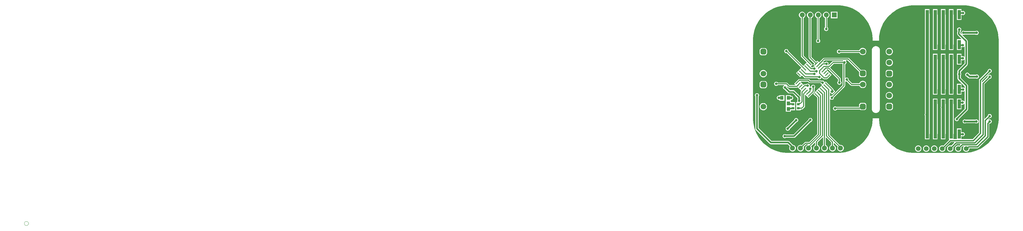
<source format=gbr>
%TF.GenerationSoftware,Altium Limited,Altium Designer,21.6.4 (81)*%
G04 Layer_Physical_Order=1*
G04 Layer_Color=255*
%FSLAX43Y43*%
%MOMM*%
%TF.SameCoordinates,EF7AACBD-433E-4B6D-8733-A8E214C0EB56*%
%TF.FilePolarity,Positive*%
%TF.FileFunction,Copper,L1,Top,Signal*%
%TF.Part,Single*%
G01*
G75*
%TA.AperFunction,NonConductor*%
%ADD10C,0.013*%
%TA.AperFunction,SMDPad,CuDef*%
%ADD11R,0.900X0.800*%
%ADD12R,1.100X1.200*%
G04:AMPARAMS|DCode=13|XSize=0.9mm|YSize=0.8mm|CornerRadius=0mm|HoleSize=0mm|Usage=FLASHONLY|Rotation=45.000|XOffset=0mm|YOffset=0mm|HoleType=Round|Shape=Rectangle|*
%AMROTATEDRECTD13*
4,1,4,-0.035,-0.601,-0.601,-0.035,0.035,0.601,0.601,0.035,-0.035,-0.601,0.0*
%
%ADD13ROTATEDRECTD13*%

%ADD14R,1.000X2.940*%
G04:AMPARAMS|DCode=15|XSize=0.304mm|YSize=1.353mm|CornerRadius=0mm|HoleSize=0mm|Usage=FLASHONLY|Rotation=45.000|XOffset=0mm|YOffset=0mm|HoleType=Round|Shape=Rectangle|*
%AMROTATEDRECTD15*
4,1,4,0.371,-0.586,-0.586,0.371,-0.371,0.586,0.586,-0.371,0.371,-0.586,0.0*
%
%ADD15ROTATEDRECTD15*%

G04:AMPARAMS|DCode=16|XSize=0.304mm|YSize=1.353mm|CornerRadius=0mm|HoleSize=0mm|Usage=FLASHONLY|Rotation=135.000|XOffset=0mm|YOffset=0mm|HoleType=Round|Shape=Rectangle|*
%AMROTATEDRECTD16*
4,1,4,0.586,0.371,-0.371,-0.586,-0.586,-0.371,0.371,0.586,0.586,0.371,0.0*
%
%ADD16ROTATEDRECTD16*%

%TA.AperFunction,Conductor*%
%ADD17C,1.000*%
%ADD18C,0.500*%
%ADD19C,0.600*%
%ADD20C,0.300*%
%ADD21C,0.254*%
%ADD22C,0.400*%
%TA.AperFunction,ComponentPad*%
%ADD23C,1.800*%
G04:AMPARAMS|DCode=24|XSize=1.8mm|YSize=1.8mm|CornerRadius=0.45mm|HoleSize=0mm|Usage=FLASHONLY|Rotation=270.000|XOffset=0mm|YOffset=0mm|HoleType=Round|Shape=RoundedRectangle|*
%AMROUNDEDRECTD24*
21,1,1.800,0.900,0,0,270.0*
21,1,0.900,1.800,0,0,270.0*
1,1,0.900,-0.450,-0.450*
1,1,0.900,-0.450,0.450*
1,1,0.900,0.450,0.450*
1,1,0.900,0.450,-0.450*
%
%ADD24ROUNDEDRECTD24*%
%ADD25C,1.600*%
%ADD26R,1.600X1.600*%
%ADD27C,1.520*%
G04:AMPARAMS|DCode=28|XSize=1.52mm|YSize=1.52mm|CornerRadius=0.38mm|HoleSize=0mm|Usage=FLASHONLY|Rotation=0.000|XOffset=0mm|YOffset=0mm|HoleType=Round|Shape=RoundedRectangle|*
%AMROUNDEDRECTD28*
21,1,1.520,0.760,0,0,0.0*
21,1,0.760,1.520,0,0,0.0*
1,1,0.760,0.380,-0.380*
1,1,0.760,-0.380,-0.380*
1,1,0.760,-0.380,0.380*
1,1,0.760,0.380,0.380*
%
%ADD28ROUNDEDRECTD28*%
%ADD29C,1.550*%
%ADD30R,1.550X1.550*%
%TA.AperFunction,ViaPad*%
%ADD31C,0.800*%
G36*
X40886Y55173D02*
X41739Y55037D01*
X42579Y54836D01*
X43401Y54569D01*
X44199Y54238D01*
X44968Y53846D01*
X45705Y53395D01*
X46404Y52887D01*
X47061Y52326D01*
X47671Y51715D01*
X48232Y51058D01*
X48740Y50359D01*
X49192Y49623D01*
X49584Y48853D01*
X49914Y48055D01*
X50181Y47233D01*
X50383Y46393D01*
X50518Y45540D01*
X50586Y44679D01*
Y44247D01*
X50586Y44247D01*
X50586Y44217D01*
X50586Y44158D01*
X50585Y44098D01*
X50585Y44098D01*
X50584Y44038D01*
X50583Y44008D01*
X50590Y44001D01*
X50696Y44001D01*
X50696Y44001D01*
X50709Y44001D01*
X52474D01*
X52593Y44001D01*
X52599Y44008D01*
X52597Y44127D01*
X52590Y44446D01*
X52641Y45320D01*
X52761Y46187D01*
X52950Y47042D01*
X53206Y47879D01*
X53528Y48693D01*
X53913Y49479D01*
X54360Y50232D01*
X54865Y50947D01*
X55426Y51619D01*
X56038Y52245D01*
X56698Y52820D01*
X57401Y53341D01*
X58144Y53805D01*
X58921Y54208D01*
X59728Y54548D01*
X60559Y54822D01*
X61410Y55030D01*
X62274Y55170D01*
X63146Y55240D01*
X63584Y55240D01*
X63584Y55240D01*
X63590Y55236D01*
X79474D01*
X79594Y55236D01*
X79601Y55240D01*
X79601Y55240D01*
X80026Y55240D01*
X80875Y55174D01*
X81716Y55042D01*
X82545Y54845D01*
X83355Y54585D01*
X84143Y54263D01*
X84904Y53881D01*
X85633Y53442D01*
X86326Y52947D01*
X86979Y52400D01*
X87587Y51805D01*
X88148Y51164D01*
X88657Y50482D01*
X89112Y49762D01*
X89510Y49009D01*
X89849Y48228D01*
X90126Y47423D01*
X90340Y46599D01*
X90489Y45761D01*
X90574Y44914D01*
X90583Y44488D01*
X90583Y44008D01*
X90586Y19248D01*
X90586Y19248D01*
X90586Y19248D01*
X90586Y19248D01*
Y19248D01*
X90586Y19247D01*
X90586Y19247D01*
X90586Y18815D01*
X90518Y17954D01*
X90383Y17101D01*
X90181Y16261D01*
X89914Y15439D01*
X89584Y14641D01*
X89192Y13871D01*
X88740Y13135D01*
X88232Y12436D01*
X87671Y11779D01*
X87061Y11168D01*
X86404Y10607D01*
X85705Y10100D01*
X84968Y9648D01*
X84199Y9256D01*
X83400Y8925D01*
X82579Y8658D01*
X81739Y8457D01*
X80886Y8322D01*
X80025Y8254D01*
X79593Y8254D01*
X63606Y8254D01*
X63606Y8254D01*
X63173Y8253D01*
X62311Y8320D01*
X61457Y8455D01*
X60617Y8656D01*
X59794Y8922D01*
X58995Y9252D01*
X58225Y9644D01*
X57487Y10095D01*
X56787Y10603D01*
X56130Y11164D01*
X55518Y11775D01*
X54956Y12432D01*
X54448Y13131D01*
X53996Y13868D01*
X53603Y14638D01*
X53272Y15437D01*
X53005Y16259D01*
X52803Y17099D01*
X52667Y17953D01*
X52599Y18815D01*
X52599Y19247D01*
X52599Y19247D01*
X52599Y19248D01*
Y19248D01*
X52593Y19255D01*
X52476Y19255D01*
X52476Y19255D01*
X52473Y19255D01*
X50713Y19255D01*
X50593Y19255D01*
X50586Y19248D01*
Y19247D01*
X50586Y19247D01*
X50586Y19131D01*
X50586Y18815D01*
X50518Y17954D01*
X50383Y17101D01*
X50181Y16261D01*
X49914Y15439D01*
X49584Y14641D01*
X49192Y13871D01*
X48740Y13135D01*
X48232Y12436D01*
X47671Y11779D01*
X47061Y11168D01*
X46404Y10607D01*
X45705Y10100D01*
X44968Y9648D01*
X44199Y9256D01*
X43401Y8925D01*
X42579Y8658D01*
X41739Y8457D01*
X40886Y8322D01*
X40025Y8254D01*
X39593Y8254D01*
X23606Y8254D01*
X23606Y8254D01*
X23173Y8253D01*
X22311Y8320D01*
X21457Y8455D01*
X20617Y8656D01*
X19794Y8922D01*
X18995Y9252D01*
X18225Y9644D01*
X17487Y10095D01*
X16787Y10603D01*
X16130Y11164D01*
X15518Y11775D01*
X14956Y12432D01*
X14448Y13131D01*
X13996Y13868D01*
X13603Y14638D01*
X13272Y15436D01*
X13005Y16258D01*
X12803Y17099D01*
X12667Y17953D01*
X12599Y18815D01*
X12599Y19247D01*
X12599Y44122D01*
X12599Y44242D01*
X12599Y44242D01*
X12599Y44242D01*
X12599Y44242D01*
X12599Y44674D01*
X12667Y45535D01*
X12801Y46388D01*
X13003Y47228D01*
X13269Y48050D01*
X13599Y48849D01*
X13991Y49618D01*
X14442Y50355D01*
X14950Y51054D01*
X15511Y51712D01*
X16121Y52323D01*
X16778Y52884D01*
X17476Y53392D01*
X18213Y53844D01*
X18982Y54236D01*
X19781Y54567D01*
X20602Y54835D01*
X21442Y55037D01*
X22295Y55172D01*
X23156Y55240D01*
X23462Y55240D01*
X23595Y55240D01*
X23724D01*
X39593Y55240D01*
X40025D01*
X40886Y55173D01*
D02*
G37*
%LPC*%
G36*
X78808Y54048D02*
X77300D01*
Y50600D01*
X78808D01*
Y52174D01*
X78935Y52247D01*
X79021Y52197D01*
X79187Y52153D01*
X79359D01*
X79526Y52197D01*
X79675Y52283D01*
X79797Y52405D01*
X79883Y52554D01*
X79927Y52721D01*
Y52893D01*
X79883Y53059D01*
X79797Y53208D01*
X79675Y53330D01*
X79526Y53416D01*
X79359Y53461D01*
X79187D01*
X79021Y53416D01*
X78935Y53366D01*
X78808Y53439D01*
Y54048D01*
D02*
G37*
G36*
X39383Y53201D02*
X37325D01*
Y51143D01*
X39383D01*
Y53201D01*
D02*
G37*
G36*
X35949D02*
X35679D01*
X35417Y53130D01*
X35182Y52995D01*
X34991Y52803D01*
X34855Y52569D01*
X34785Y52307D01*
Y52036D01*
X34855Y51774D01*
X34991Y51540D01*
X35182Y51348D01*
X35417Y51213D01*
X35426Y51210D01*
Y48257D01*
X35412Y48250D01*
X35291Y48128D01*
X35205Y47979D01*
X35160Y47813D01*
Y47640D01*
X35205Y47474D01*
X35291Y47325D01*
X35412Y47203D01*
X35562Y47117D01*
X35728Y47073D01*
X35900D01*
X36066Y47117D01*
X36216Y47203D01*
X36337Y47325D01*
X36423Y47474D01*
X36468Y47640D01*
Y47813D01*
X36423Y47979D01*
X36337Y48128D01*
X36216Y48250D01*
X36202Y48257D01*
Y51210D01*
X36211Y51213D01*
X36446Y51348D01*
X36637Y51540D01*
X36773Y51774D01*
X36843Y52036D01*
Y52307D01*
X36773Y52569D01*
X36637Y52803D01*
X36446Y52995D01*
X36211Y53130D01*
X35949Y53201D01*
D02*
G37*
G36*
X78140Y48203D02*
X77968D01*
X77802Y48158D01*
X77653Y48072D01*
X77531Y47950D01*
X77445Y47801D01*
X77400Y47635D01*
Y47463D01*
X77445Y47296D01*
X77483Y47230D01*
Y46849D01*
X77481Y46845D01*
X77442Y46649D01*
Y46149D01*
X77481Y45952D01*
X77592Y45785D01*
X78763Y44615D01*
X78710Y44488D01*
X77300D01*
Y41040D01*
X78808D01*
Y41933D01*
X78935Y42007D01*
X78970Y41986D01*
X79136Y41942D01*
X79309D01*
X79475Y41986D01*
X79624Y42072D01*
X79750Y42019D01*
Y38956D01*
X79623Y38904D01*
X79573Y38954D01*
X79424Y39040D01*
X79258Y39084D01*
X79086D01*
X78935Y39044D01*
X78862Y39071D01*
X78808Y39102D01*
Y39824D01*
X77300D01*
Y36376D01*
X78808D01*
Y37758D01*
X78862Y37789D01*
X78935Y37817D01*
X79086Y37776D01*
X79258D01*
X79424Y37821D01*
X79573Y37907D01*
X79623Y37957D01*
X79750Y37904D01*
Y36738D01*
X77691Y34679D01*
X77579Y34512D01*
X77540Y34315D01*
Y33736D01*
X77531Y33726D01*
X77445Y33577D01*
X77400Y33411D01*
Y33239D01*
X77445Y33072D01*
X77531Y32923D01*
X77540Y32914D01*
Y31953D01*
X77579Y31757D01*
X77691Y31590D01*
X79826Y29454D01*
Y28949D01*
X79699Y28896D01*
X79650Y28946D01*
X79500Y29032D01*
X79334Y29077D01*
X79162D01*
X78996Y29032D01*
X78935Y28997D01*
X78808Y29070D01*
Y30264D01*
X77300D01*
Y26816D01*
X78808D01*
Y27775D01*
X78935Y27848D01*
X78996Y27813D01*
X79162Y27769D01*
X79334D01*
X79500Y27813D01*
X79650Y27899D01*
X79699Y27949D01*
X79826Y27896D01*
Y24667D01*
X79699Y24633D01*
X79670Y24684D01*
X79548Y24806D01*
X79399Y24892D01*
X79232Y24936D01*
X79060D01*
X78935Y24903D01*
X78808Y24974D01*
Y25584D01*
X77300D01*
Y22136D01*
X78808D01*
Y23591D01*
X78935Y23662D01*
X79060Y23628D01*
X79232D01*
X79399Y23673D01*
X79548Y23759D01*
X79670Y23881D01*
X79699Y23932D01*
X79826Y23898D01*
Y22336D01*
X77120Y19630D01*
X77040Y19609D01*
X76891Y19523D01*
X76769Y19401D01*
X76683Y19252D01*
X76638Y19085D01*
Y18913D01*
X76683Y18747D01*
X76769Y18598D01*
X76891Y18476D01*
X77040Y18390D01*
X77206Y18345D01*
X77378D01*
X77545Y18390D01*
X77694Y18476D01*
X77816Y18598D01*
X77902Y18747D01*
X77946Y18913D01*
Y19003D01*
X80704Y21760D01*
X80815Y21927D01*
X80854Y22123D01*
Y29667D01*
X80815Y29864D01*
X80704Y30031D01*
X78568Y32166D01*
Y32914D01*
X78578Y32923D01*
X78664Y33072D01*
X78708Y33239D01*
Y33411D01*
X78664Y33577D01*
X78578Y33726D01*
X78568Y33736D01*
Y34103D01*
X80627Y36162D01*
X80739Y36329D01*
X80778Y36525D01*
Y43840D01*
X80739Y44037D01*
X80627Y44204D01*
X78987Y45844D01*
X79065Y45946D01*
X79148Y45898D01*
X79314Y45853D01*
X79487D01*
X79653Y45898D01*
X79730Y45943D01*
X83275D01*
X83353Y45898D01*
X83519Y45853D01*
X83691D01*
X83857Y45898D01*
X84007Y45984D01*
X84128Y46106D01*
X84214Y46255D01*
X84259Y46421D01*
Y46593D01*
X84214Y46760D01*
X84128Y46909D01*
X84007Y47031D01*
X83857Y47117D01*
X83691Y47161D01*
X83519D01*
X83353Y47117D01*
X83275Y47072D01*
X79730D01*
X79653Y47117D01*
X79487Y47161D01*
X79314D01*
X79148Y47117D01*
X78999Y47031D01*
X78877Y46909D01*
X78791Y46760D01*
X78746Y46593D01*
Y46421D01*
X78791Y46255D01*
X78839Y46172D01*
X78737Y46094D01*
X78469Y46362D01*
Y46490D01*
X78472Y46493D01*
X78511Y46690D01*
Y47080D01*
X78578Y47147D01*
X78664Y47296D01*
X78708Y47463D01*
Y47635D01*
X78664Y47801D01*
X78578Y47950D01*
X78456Y48072D01*
X78307Y48158D01*
X78140Y48203D01*
D02*
G37*
G36*
X33409Y53201D02*
X33139D01*
X32877Y53130D01*
X32642Y52995D01*
X32451Y52803D01*
X32315Y52569D01*
X32245Y52307D01*
Y52036D01*
X32315Y51774D01*
X32451Y51540D01*
X32642Y51348D01*
X32873Y51215D01*
Y44480D01*
X32847Y44465D01*
X32725Y44344D01*
X32639Y44194D01*
X32595Y44028D01*
Y43856D01*
X32639Y43690D01*
X32725Y43540D01*
X32847Y43419D01*
X32996Y43333D01*
X33162Y43288D01*
X33335D01*
X33501Y43333D01*
X33650Y43419D01*
X33772Y43540D01*
X33858Y43690D01*
X33903Y43856D01*
Y44028D01*
X33858Y44194D01*
X33772Y44344D01*
X33650Y44465D01*
X33650Y44466D01*
Y51207D01*
X33671Y51213D01*
X33906Y51348D01*
X34097Y51540D01*
X34233Y51774D01*
X34303Y52036D01*
Y52307D01*
X34233Y52569D01*
X34097Y52803D01*
X33906Y52995D01*
X33671Y53130D01*
X33409Y53201D01*
D02*
G37*
G36*
X76268Y54048D02*
X74760D01*
Y52373D01*
X74753Y52324D01*
Y47829D01*
X74757Y47803D01*
X74753Y47777D01*
Y42764D01*
X74760Y42715D01*
Y41040D01*
X76268D01*
Y42715D01*
X76274Y42764D01*
Y47607D01*
X76300Y47803D01*
X76274Y47999D01*
Y52324D01*
X76268Y52373D01*
Y54048D01*
D02*
G37*
G36*
X73728D02*
X72220D01*
Y52373D01*
X72213Y52324D01*
Y42764D01*
X72220Y42715D01*
Y41040D01*
X73728D01*
Y42715D01*
X73734Y42764D01*
Y52324D01*
X73728Y52373D01*
Y54048D01*
D02*
G37*
G36*
X71188D02*
X69680D01*
Y52373D01*
X69673Y52324D01*
Y42764D01*
X69680Y42715D01*
Y41040D01*
X71188D01*
Y42715D01*
X71194Y42764D01*
Y52324D01*
X71188Y52373D01*
Y54048D01*
D02*
G37*
G36*
X47574Y41713D02*
X47270D01*
X46976Y41634D01*
X46713Y41482D01*
X46498Y41267D01*
X46346Y41004D01*
X46331Y40948D01*
X40368D01*
X40280Y41036D01*
X40130Y41122D01*
X39964Y41167D01*
X39792D01*
X39626Y41122D01*
X39476Y41036D01*
X39355Y40915D01*
X39269Y40765D01*
X39224Y40599D01*
Y40427D01*
X39269Y40261D01*
X39355Y40111D01*
X39476Y39990D01*
X39626Y39904D01*
X39792Y39859D01*
X39964D01*
X40130Y39904D01*
X40280Y39990D01*
X40401Y40111D01*
X40409Y40124D01*
X46344D01*
X46346Y40113D01*
X46498Y39850D01*
X46713Y39635D01*
X46976Y39483D01*
X47270Y39405D01*
X47574D01*
X47867Y39483D01*
X48130Y39635D01*
X48345Y39850D01*
X48497Y40113D01*
X48576Y40407D01*
Y40711D01*
X48497Y41004D01*
X48345Y41267D01*
X48130Y41482D01*
X47867Y41634D01*
X47574Y41713D01*
D02*
G37*
G36*
X56007Y41682D02*
X55703D01*
X55409Y41603D01*
X55146Y41451D01*
X54931Y41237D01*
X54779Y40973D01*
X54701Y40680D01*
Y40376D01*
X54779Y40083D01*
X54931Y39819D01*
X55146Y39605D01*
X55409Y39453D01*
X55703Y39374D01*
X56007D01*
X56300Y39453D01*
X56563Y39605D01*
X56778Y39819D01*
X56930Y40083D01*
X57009Y40376D01*
Y40680D01*
X56930Y40973D01*
X56778Y41237D01*
X56563Y41451D01*
X56300Y41603D01*
X56007Y41682D01*
D02*
G37*
G36*
X16300Y41668D02*
X15400D01*
X15216Y41644D01*
X15045Y41573D01*
X14898Y41460D01*
X14785Y41313D01*
X14714Y41142D01*
X14690Y40958D01*
Y40058D01*
X14714Y39874D01*
X14785Y39703D01*
X14898Y39556D01*
X15045Y39443D01*
X15216Y39372D01*
X15400Y39348D01*
X16300D01*
X16483Y39372D01*
X16655Y39443D01*
X16802Y39556D01*
X16915Y39703D01*
X16985Y39874D01*
X17010Y40058D01*
Y40958D01*
X16985Y41142D01*
X16915Y41313D01*
X16802Y41460D01*
X16655Y41573D01*
X16483Y41644D01*
X16300Y41668D01*
D02*
G37*
G36*
X56007Y38182D02*
X55703D01*
X55409Y38103D01*
X55146Y37951D01*
X54931Y37737D01*
X54779Y37473D01*
X54701Y37180D01*
Y36876D01*
X54779Y36583D01*
X54931Y36319D01*
X55146Y36105D01*
X55409Y35953D01*
X55703Y35874D01*
X56007D01*
X56300Y35953D01*
X56563Y36105D01*
X56778Y36319D01*
X56930Y36583D01*
X57009Y36876D01*
Y37180D01*
X56930Y37473D01*
X56778Y37737D01*
X56563Y37951D01*
X56300Y38103D01*
X56007Y38182D01*
D02*
G37*
G36*
X30869Y53201D02*
X30599D01*
X30337Y53130D01*
X30102Y52995D01*
X29911Y52803D01*
X29775Y52569D01*
X29705Y52307D01*
Y52036D01*
X29775Y51774D01*
X29911Y51540D01*
X30102Y51348D01*
X30297Y51236D01*
Y38653D01*
X30328Y38496D01*
X30417Y38362D01*
X32059Y36720D01*
X31692Y36353D01*
X32173Y35873D01*
X32123Y35771D01*
X32109Y35757D01*
X31943D01*
X31777Y35712D01*
X31628Y35626D01*
X31516Y35515D01*
X31218D01*
X30941Y35792D01*
X31503Y36353D01*
X30866Y36990D01*
X30849Y37016D01*
X28606Y39259D01*
Y51221D01*
X28826Y51348D01*
X29017Y51540D01*
X29153Y51774D01*
X29223Y52036D01*
Y52307D01*
X29153Y52569D01*
X29017Y52803D01*
X28826Y52995D01*
X28591Y53130D01*
X28329Y53201D01*
X28059D01*
X27797Y53130D01*
X27562Y52995D01*
X27371Y52803D01*
X27235Y52569D01*
X27165Y52307D01*
Y52036D01*
X27235Y51774D01*
X27371Y51540D01*
X27562Y51348D01*
X27782Y51221D01*
Y39088D01*
X27813Y38930D01*
X27903Y38797D01*
X29608Y37091D01*
X29047Y36530D01*
X28494Y35977D01*
X23793Y40677D01*
Y40751D01*
X23749Y40918D01*
X23663Y41067D01*
X23541Y41189D01*
X23392Y41275D01*
X23226Y41319D01*
X23053D01*
X22887Y41275D01*
X22738Y41189D01*
X22616Y41067D01*
X22530Y40918D01*
X22485Y40751D01*
Y40579D01*
X22530Y40413D01*
X22616Y40264D01*
X22738Y40142D01*
X22887Y40056D01*
X23053Y40011D01*
X23226D01*
X23279Y40026D01*
X27911Y35394D01*
X27350Y34833D01*
X26784Y34267D01*
X26218Y33701D01*
X27534Y32385D01*
X28096Y32947D01*
X28703Y32340D01*
X28703Y32340D01*
X28879Y32164D01*
X29012Y32075D01*
X29170Y32043D01*
X33074D01*
X33123Y31958D01*
X33245Y31836D01*
X33394Y31750D01*
X33560Y31706D01*
X33732D01*
X33899Y31750D01*
X34048Y31836D01*
X34170Y31958D01*
X34256Y32107D01*
X34295Y32253D01*
X34413Y32314D01*
X34862Y31865D01*
X34996Y31776D01*
X35154Y31744D01*
X35986D01*
X36144Y31776D01*
X36220Y31826D01*
X36226Y31819D01*
X36278Y31865D01*
X36318Y31905D01*
X36880Y32468D01*
X36889Y32473D01*
X36905Y32499D01*
X37543Y33136D01*
X36968Y33710D01*
X36403Y34275D01*
X35962Y34716D01*
X36014Y34843D01*
X36456D01*
X39568Y31732D01*
Y31145D01*
X39456Y31034D01*
X39370Y30885D01*
X39326Y30719D01*
Y30546D01*
X39370Y30380D01*
X39456Y30231D01*
X39578Y30109D01*
X39727Y30023D01*
X39894Y29978D01*
X40066D01*
X40232Y30023D01*
X40381Y30109D01*
X40503Y30231D01*
X40589Y30380D01*
X40634Y30546D01*
Y30719D01*
X40589Y30885D01*
X40503Y31034D01*
X40392Y31145D01*
Y31902D01*
X40360Y32060D01*
X40271Y32194D01*
X37064Y35401D01*
X37083Y35561D01*
X38194Y36672D01*
X41015D01*
Y29838D01*
X37663Y26486D01*
X37506D01*
X37340Y26441D01*
X37190Y26355D01*
X37115Y26280D01*
X36988Y26332D01*
Y27374D01*
X37105Y27423D01*
X37667Y26861D01*
X38662Y27857D01*
X38106Y28414D01*
Y28457D01*
X38074Y28615D01*
X37985Y28748D01*
X36323Y30410D01*
X36298Y30427D01*
X35661Y31064D01*
X35411Y30815D01*
X35289Y30848D01*
X35278Y30888D01*
X35192Y31037D01*
X35070Y31158D01*
X34921Y31245D01*
X34755Y31289D01*
X34583D01*
X34466Y31258D01*
X34414Y31292D01*
X34257Y31324D01*
X30803D01*
X30488Y31639D01*
X30355Y31728D01*
X30197Y31759D01*
X27263D01*
X27106Y31728D01*
X26972Y31639D01*
X26315Y30982D01*
X26307Y30976D01*
X26290Y30951D01*
X25653Y30314D01*
X25973Y29993D01*
X25924Y29876D01*
X24174D01*
X23507Y30543D01*
X23373Y30632D01*
X23216Y30663D01*
X20427D01*
X20315Y30775D01*
X20166Y30861D01*
X20000Y30905D01*
X19827D01*
X19661Y30861D01*
X19512Y30775D01*
X19390Y30653D01*
X19304Y30504D01*
X19260Y30337D01*
Y30165D01*
X19304Y29999D01*
X19390Y29850D01*
X19512Y29728D01*
X19661Y29642D01*
X19827Y29597D01*
X20000D01*
X20166Y29642D01*
X20315Y29728D01*
X20427Y29839D01*
X22411D01*
X22474Y29724D01*
X22471Y29712D01*
X22331Y29632D01*
X22210Y29510D01*
X22124Y29361D01*
X22079Y29194D01*
Y29022D01*
X22124Y28856D01*
X22210Y28707D01*
X22331Y28585D01*
X22481Y28499D01*
X22647Y28454D01*
X22660D01*
X23775Y27340D01*
X23941Y27229D01*
X24138Y27190D01*
X25196D01*
X26670Y25715D01*
Y25217D01*
X26632Y25151D01*
X26587Y24985D01*
Y24813D01*
X26632Y24646D01*
X26684Y24555D01*
X26615Y24428D01*
X26269D01*
Y23120D01*
Y21825D01*
X27677D01*
Y22042D01*
X28016D01*
X28174Y22073D01*
X28307Y22162D01*
X28961Y22816D01*
X29050Y22949D01*
X29082Y23107D01*
Y26719D01*
X29199Y26767D01*
X29612Y26354D01*
X30187Y25780D01*
X30824Y26417D01*
X30849Y26434D01*
X31965Y27550D01*
X32054Y27683D01*
X32086Y27841D01*
Y28818D01*
X32187Y28920D01*
X32274Y29069D01*
X32318Y29235D01*
Y29407D01*
X32274Y29574D01*
X32187Y29723D01*
X32066Y29845D01*
X31917Y29931D01*
X31750Y29975D01*
X31578D01*
X31412Y29931D01*
X31263Y29845D01*
X31141Y29723D01*
X31055Y29574D01*
X31010Y29407D01*
X30918Y29337D01*
X30846Y29356D01*
X30673D01*
X30666Y29354D01*
X30642Y29368D01*
X30568Y29459D01*
X30601Y29581D01*
Y29753D01*
X30556Y29920D01*
X30470Y30069D01*
X30348Y30191D01*
X30199Y30277D01*
X30033Y30321D01*
X29861D01*
X29694Y30277D01*
X29545Y30191D01*
X29434Y30079D01*
X28977D01*
X28820Y30048D01*
X28686Y29958D01*
X28663Y29935D01*
X27781Y30818D01*
X27829Y30935D01*
X30026D01*
X30341Y30621D01*
X30475Y30531D01*
X30632Y30500D01*
X34028D01*
X34059Y30383D01*
X34145Y30234D01*
X34267Y30112D01*
X34416Y30026D01*
X34442Y30019D01*
X34475Y29878D01*
X33955Y29359D01*
X33389Y28793D01*
X32824Y28227D01*
X32258Y27661D01*
X31692Y27096D01*
X32329Y26459D01*
X32346Y26434D01*
X32964Y25816D01*
Y14318D01*
X30411Y11766D01*
X29235D01*
X29078Y11734D01*
X28944Y11645D01*
X28062Y10763D01*
X27799Y10833D01*
X27522D01*
X27254Y10761D01*
X27013Y10622D01*
X26817Y10426D01*
X26678Y10186D01*
X26607Y9918D01*
Y9640D01*
X26678Y9372D01*
X26817Y9132D01*
X27013Y8936D01*
X27254Y8797D01*
X27522Y8725D01*
X27799D01*
X28067Y8797D01*
X28308Y8936D01*
X28504Y9132D01*
X28643Y9372D01*
X28715Y9640D01*
Y9918D01*
X28644Y10180D01*
X29406Y10942D01*
X29978D01*
X29994Y10815D01*
X29794Y10761D01*
X29553Y10622D01*
X29357Y10426D01*
X29218Y10186D01*
X29147Y9918D01*
Y9640D01*
X29218Y9372D01*
X29357Y9132D01*
X29553Y8936D01*
X29794Y8797D01*
X30062Y8725D01*
X30339D01*
X30607Y8797D01*
X30848Y8936D01*
X31044Y9132D01*
X31183Y9372D01*
X31255Y9640D01*
Y9918D01*
X31183Y10186D01*
X31055Y10407D01*
X32211Y11563D01*
X32329Y11514D01*
Y10758D01*
X32093Y10622D01*
X31897Y10426D01*
X31758Y10186D01*
X31687Y9918D01*
Y9640D01*
X31758Y9372D01*
X31897Y9132D01*
X32093Y8936D01*
X32334Y8797D01*
X32602Y8725D01*
X32879D01*
X33147Y8797D01*
X33388Y8936D01*
X33584Y9132D01*
X33723Y9372D01*
X33795Y9640D01*
Y9918D01*
X33723Y10186D01*
X33584Y10426D01*
X33388Y10622D01*
X33153Y10758D01*
Y11666D01*
X34751Y13265D01*
X34869Y13216D01*
Y10758D01*
X34633Y10622D01*
X34437Y10426D01*
X34298Y10186D01*
X34227Y9918D01*
Y9640D01*
X34298Y9372D01*
X34437Y9132D01*
X34633Y8936D01*
X34874Y8797D01*
X35142Y8725D01*
X35419D01*
X35687Y8797D01*
X35928Y8936D01*
X36124Y9132D01*
X36263Y9372D01*
X36335Y9640D01*
Y9918D01*
X36263Y10186D01*
X36124Y10426D01*
X35928Y10622D01*
X35693Y10758D01*
Y13114D01*
X35810Y13163D01*
X37409Y11564D01*
Y10758D01*
X37173Y10622D01*
X36977Y10426D01*
X36838Y10186D01*
X36767Y9918D01*
Y9640D01*
X36838Y9372D01*
X36977Y9132D01*
X37173Y8936D01*
X37414Y8797D01*
X37682Y8725D01*
X37959D01*
X38227Y8797D01*
X38468Y8936D01*
X38664Y9132D01*
X38803Y9372D01*
X38875Y9640D01*
Y9918D01*
X38803Y10186D01*
X38664Y10426D01*
X38468Y10622D01*
X38233Y10758D01*
Y11358D01*
X38350Y11406D01*
X39449Y10308D01*
X39378Y10186D01*
X39307Y9918D01*
Y9640D01*
X39378Y9372D01*
X39517Y9132D01*
X39713Y8936D01*
X39954Y8797D01*
X40222Y8725D01*
X40499D01*
X40767Y8797D01*
X41008Y8936D01*
X41204Y9132D01*
X41343Y9372D01*
X41415Y9640D01*
Y9918D01*
X41343Y10186D01*
X41204Y10426D01*
X41008Y10622D01*
X40767Y10761D01*
X40499Y10833D01*
X40222D01*
X40117Y10805D01*
X36988Y13934D01*
Y25331D01*
X37115Y25384D01*
X37190Y25308D01*
X37340Y25222D01*
X37506Y25178D01*
X37678D01*
X37844Y25222D01*
X37994Y25308D01*
X38115Y25430D01*
X38201Y25579D01*
X38246Y25746D01*
Y25903D01*
X41719Y29376D01*
X41808Y29510D01*
X41839Y29667D01*
Y31002D01*
X41966Y31054D01*
X42081Y30988D01*
X42247Y30944D01*
X42388D01*
X43580Y29752D01*
X43713Y29662D01*
X43871Y29631D01*
X46339D01*
X46348Y29598D01*
X46500Y29334D01*
X46715Y29120D01*
X46978Y28968D01*
X47271Y28889D01*
X47575D01*
X47869Y28968D01*
X48132Y29120D01*
X48347Y29334D01*
X48499Y29598D01*
X48577Y29891D01*
Y30195D01*
X48499Y30488D01*
X48347Y30752D01*
X48132Y30966D01*
X47869Y31118D01*
X47575Y31197D01*
X47271D01*
X46978Y31118D01*
X46715Y30966D01*
X46500Y30752D01*
X46348Y30488D01*
X46339Y30455D01*
X44042D01*
X42987Y31510D01*
X42987Y31511D01*
Y31684D01*
X42942Y31850D01*
X42856Y31999D01*
X42735Y32121D01*
X42585Y32207D01*
X42419Y32252D01*
X42247D01*
X42081Y32207D01*
X41966Y32141D01*
X41839Y32194D01*
Y36470D01*
X41858Y36475D01*
X42007Y36561D01*
X42129Y36682D01*
X42215Y36832D01*
X42259Y36998D01*
Y37170D01*
X42215Y37336D01*
X42129Y37486D01*
X42028Y37586D01*
X42048Y37673D01*
X42073Y37713D01*
X42654D01*
X46273Y34094D01*
X46262Y34009D01*
Y33109D01*
X46286Y32925D01*
X46357Y32754D01*
X46470Y32606D01*
X46617Y32494D01*
X46788Y32423D01*
X46972Y32399D01*
X47872D01*
X48056Y32423D01*
X48227Y32494D01*
X48374Y32606D01*
X48487Y32754D01*
X48558Y32925D01*
X48582Y33109D01*
Y34009D01*
X48558Y34192D01*
X48487Y34364D01*
X48374Y34511D01*
X48227Y34624D01*
X48056Y34694D01*
X47872Y34719D01*
X46972D01*
X46832Y34700D01*
X43116Y38417D01*
X42982Y38506D01*
X42824Y38537D01*
X35170D01*
X35012Y38506D01*
X34879Y38417D01*
X33570Y37108D01*
X33009Y37670D01*
X32642Y37303D01*
X31121Y38824D01*
Y51210D01*
X31131Y51213D01*
X31366Y51348D01*
X31557Y51540D01*
X31693Y51774D01*
X31763Y52036D01*
Y52307D01*
X31693Y52569D01*
X31557Y52803D01*
X31366Y52995D01*
X31131Y53130D01*
X30869Y53201D01*
D02*
G37*
G36*
X56305Y34688D02*
X55405D01*
X55221Y34664D01*
X55050Y34593D01*
X54903Y34480D01*
X54790Y34333D01*
X54719Y34162D01*
X54695Y33978D01*
Y33078D01*
X54719Y32894D01*
X54790Y32723D01*
X54903Y32576D01*
X55050Y32463D01*
X55221Y32392D01*
X55405Y32368D01*
X56305D01*
X56488Y32392D01*
X56660Y32463D01*
X56807Y32576D01*
X56920Y32723D01*
X56990Y32894D01*
X57015Y33078D01*
Y33978D01*
X56990Y34162D01*
X56920Y34333D01*
X56807Y34480D01*
X56660Y34593D01*
X56488Y34664D01*
X56305Y34688D01*
D02*
G37*
G36*
X16002Y34662D02*
X15698D01*
X15404Y34583D01*
X15141Y34431D01*
X14926Y34216D01*
X14774Y33953D01*
X14696Y33660D01*
Y33356D01*
X14774Y33062D01*
X14926Y32799D01*
X15141Y32584D01*
X15404Y32432D01*
X15698Y32354D01*
X16002D01*
X16295Y32432D01*
X16558Y32584D01*
X16773Y32799D01*
X16925Y33062D01*
X17004Y33356D01*
Y33660D01*
X16925Y33953D01*
X16773Y34216D01*
X16558Y34431D01*
X16295Y34583D01*
X16002Y34662D01*
D02*
G37*
G36*
X80731Y33805D02*
X80559D01*
X80393Y33761D01*
X80243Y33675D01*
X80122Y33553D01*
X80036Y33404D01*
X79991Y33237D01*
Y33065D01*
X80036Y32899D01*
X80122Y32750D01*
X80243Y32628D01*
X80393Y32542D01*
X80553Y32499D01*
X80888Y32163D01*
X80888Y32163D01*
X81072Y32041D01*
X81288Y31998D01*
X83352D01*
X83429Y31953D01*
X83595Y31909D01*
X83767D01*
X83934Y31953D01*
X84083Y32039D01*
X84205Y32161D01*
X84291Y32310D01*
X84335Y32477D01*
Y32649D01*
X84291Y32815D01*
X84205Y32964D01*
X84083Y33086D01*
X83934Y33172D01*
X83767Y33217D01*
X83595D01*
X83429Y33172D01*
X83352Y33128D01*
X81522D01*
X81258Y33392D01*
X81254Y33404D01*
X81168Y33553D01*
X81047Y33675D01*
X80897Y33761D01*
X80731Y33805D01*
D02*
G37*
G36*
X56005Y31172D02*
X55701D01*
X55408Y31093D01*
X55144Y30941D01*
X54930Y30726D01*
X54778Y30463D01*
X54699Y30170D01*
Y29866D01*
X54778Y29572D01*
X54930Y29309D01*
X55144Y29094D01*
X55408Y28942D01*
X55701Y28864D01*
X56005D01*
X56298Y28942D01*
X56562Y29094D01*
X56776Y29309D01*
X56928Y29572D01*
X57007Y29866D01*
Y30170D01*
X56928Y30463D01*
X56776Y30726D01*
X56562Y30941D01*
X56298Y31093D01*
X56005Y31172D01*
D02*
G37*
G36*
X16300Y31152D02*
X15400D01*
X15216Y31128D01*
X15045Y31057D01*
X14898Y30944D01*
X14785Y30797D01*
X14714Y30626D01*
X14690Y30442D01*
Y29542D01*
X14714Y29358D01*
X14785Y29187D01*
X14898Y29040D01*
X15045Y28927D01*
X15216Y28856D01*
X15400Y28832D01*
X16300D01*
X16483Y28856D01*
X16655Y28927D01*
X16802Y29040D01*
X16915Y29187D01*
X16985Y29358D01*
X17010Y29542D01*
Y30442D01*
X16985Y30626D01*
X16915Y30797D01*
X16802Y30944D01*
X16655Y31057D01*
X16483Y31128D01*
X16300Y31152D01*
D02*
G37*
G36*
X76268Y39824D02*
X74760D01*
Y38149D01*
X74753Y38100D01*
Y33655D01*
X74757Y33630D01*
X74753Y33604D01*
Y28540D01*
X74760Y28491D01*
Y26816D01*
X76268D01*
Y28491D01*
X76274Y28540D01*
Y33434D01*
X76300Y33630D01*
X76274Y33826D01*
Y38100D01*
X76268Y38149D01*
Y39824D01*
D02*
G37*
G36*
X73728D02*
X72220D01*
Y38124D01*
X72213Y38074D01*
Y36837D01*
X72220Y36788D01*
Y36376D01*
X72239D01*
Y30498D01*
X72213Y30302D01*
Y28540D01*
X72220Y28491D01*
Y26816D01*
X73728D01*
Y28491D01*
X73734Y28540D01*
Y30132D01*
X73760Y30328D01*
Y36811D01*
X73734Y37007D01*
Y38074D01*
X73728Y38124D01*
Y39824D01*
D02*
G37*
G36*
X71188D02*
X69680D01*
Y38149D01*
X69673Y38100D01*
Y28540D01*
X69680Y28491D01*
Y26816D01*
X71188D01*
Y28491D01*
X71194Y28540D01*
Y38100D01*
X71188Y38149D01*
Y39824D01*
D02*
G37*
G36*
X56005Y27672D02*
X55701D01*
X55408Y27593D01*
X55144Y27441D01*
X54930Y27226D01*
X54778Y26963D01*
X54699Y26670D01*
Y26366D01*
X54778Y26072D01*
X54930Y25809D01*
X55144Y25594D01*
X55408Y25442D01*
X55701Y25364D01*
X56005D01*
X56298Y25442D01*
X56562Y25594D01*
X56776Y25809D01*
X56928Y26072D01*
X57007Y26366D01*
Y26670D01*
X56928Y26963D01*
X56776Y27226D01*
X56562Y27441D01*
X56298Y27593D01*
X56005Y27672D01*
D02*
G37*
G36*
X22512Y26610D02*
X20904D01*
Y26511D01*
X20838Y26460D01*
X20666D01*
X20499Y26416D01*
X20350Y26330D01*
X20228Y26208D01*
X20142Y26059D01*
X20098Y25892D01*
Y25720D01*
X20142Y25554D01*
X20228Y25405D01*
X20350Y25283D01*
X20499Y25197D01*
X20666Y25152D01*
X20838D01*
X20904Y25101D01*
Y24902D01*
X22512D01*
Y26610D01*
D02*
G37*
G36*
X47873Y24203D02*
X46973D01*
X46790Y24179D01*
X46618Y24108D01*
X46471Y23995D01*
X46358Y23848D01*
X46288Y23677D01*
X46263Y23493D01*
Y22910D01*
X39061D01*
X39045Y22926D01*
X38896Y23012D01*
X38730Y23057D01*
X38558D01*
X38391Y23012D01*
X38242Y22926D01*
X38120Y22804D01*
X38034Y22655D01*
X37990Y22489D01*
Y22317D01*
X38034Y22150D01*
X38120Y22001D01*
X38242Y21879D01*
X38391Y21793D01*
X38558Y21749D01*
X38730D01*
X38896Y21793D01*
X39045Y21879D01*
X39167Y22001D01*
X39216Y22087D01*
X46477D01*
X46618Y21978D01*
X46790Y21907D01*
X46973Y21883D01*
X47873D01*
X48057Y21907D01*
X48228Y21978D01*
X48376Y22091D01*
X48488Y22238D01*
X48559Y22409D01*
X48583Y22593D01*
Y23493D01*
X48559Y23677D01*
X48488Y23848D01*
X48376Y23995D01*
X48228Y24108D01*
X48057Y24179D01*
X47873Y24203D01*
D02*
G37*
G36*
X56303Y24178D02*
X55403D01*
X55219Y24153D01*
X55048Y24083D01*
X54901Y23970D01*
X54788Y23823D01*
X54717Y23651D01*
X54693Y23468D01*
Y22568D01*
X54717Y22384D01*
X54788Y22213D01*
X54901Y22066D01*
X55048Y21953D01*
X55219Y21882D01*
X55403Y21858D01*
X56303D01*
X56487Y21882D01*
X56658Y21953D01*
X56805Y22066D01*
X56918Y22213D01*
X56989Y22384D01*
X57013Y22568D01*
Y23468D01*
X56989Y23651D01*
X56918Y23823D01*
X56805Y23970D01*
X56658Y24083D01*
X56487Y24153D01*
X56303Y24178D01*
D02*
G37*
G36*
X16002Y24146D02*
X15698D01*
X15404Y24068D01*
X15141Y23916D01*
X14926Y23701D01*
X14774Y23438D01*
X14696Y23144D01*
Y22840D01*
X14774Y22547D01*
X14926Y22284D01*
X15141Y22069D01*
X15404Y21917D01*
X15698Y21838D01*
X16002D01*
X16295Y21917D01*
X16558Y22069D01*
X16773Y22284D01*
X16925Y22547D01*
X17004Y22840D01*
Y23144D01*
X16925Y23438D01*
X16773Y23701D01*
X16558Y23916D01*
X16295Y24068D01*
X16002Y24146D01*
D02*
G37*
G36*
X24612Y26610D02*
X23004D01*
Y24984D01*
X23004Y24902D01*
X23004Y24775D01*
Y23149D01*
X23004D01*
Y23104D01*
X23004D01*
Y21396D01*
X24612D01*
Y21825D01*
X25977D01*
Y23120D01*
Y24428D01*
X24702D01*
X24612Y24518D01*
X24612Y24857D01*
X24612Y25012D01*
X24702Y25102D01*
X24772D01*
X24939Y25146D01*
X25088Y25232D01*
X25209Y25354D01*
X25296Y25503D01*
X25340Y25670D01*
Y25842D01*
X25296Y26008D01*
X25209Y26157D01*
X25088Y26279D01*
X24939Y26365D01*
X24772Y26410D01*
X24612D01*
Y26610D01*
D02*
G37*
G36*
X51716Y42268D02*
X51453Y42266D01*
X51420Y42259D01*
X51387Y42257D01*
X51134Y42188D01*
X51104Y42173D01*
X51072Y42162D01*
X50845Y42029D01*
X50820Y42007D01*
X50792Y41988D01*
X50607Y41802D01*
X50588Y41774D01*
X50566Y41749D01*
X50436Y41521D01*
X50425Y41489D01*
X50410Y41459D01*
X50342Y41206D01*
X50340Y41172D01*
X50334Y41139D01*
X50334Y41008D01*
X50334Y22249D01*
X50334Y22117D01*
X50340Y22084D01*
X50342Y22050D01*
X50411Y21796D01*
X50426Y21765D01*
X50436Y21733D01*
X50568Y21505D01*
X50590Y21479D01*
X50609Y21451D01*
X50795Y21265D01*
X50824Y21246D01*
X50849Y21224D01*
X51077Y21092D01*
X51109Y21081D01*
X51139Y21066D01*
X51394Y20998D01*
X51428Y20996D01*
X51461Y20989D01*
X51724Y20989D01*
X51757Y20996D01*
X51791Y20998D01*
X52046Y21066D01*
X52076Y21081D01*
X52108Y21092D01*
X52336Y21224D01*
X52362Y21246D01*
X52390Y21265D01*
X52576Y21451D01*
X52595Y21479D01*
X52617Y21505D01*
X52749Y21733D01*
X52760Y21765D01*
X52775Y21795D01*
X52843Y22050D01*
X52845Y22083D01*
X52852Y22117D01*
Y22248D01*
X52852Y41022D01*
X52851Y41023D01*
X52852Y41024D01*
X52852Y41026D01*
X52852Y41026D01*
X52850Y41155D01*
X52843Y41188D01*
X52840Y41222D01*
X52769Y41474D01*
X52754Y41505D01*
X52743Y41536D01*
X52609Y41762D01*
X52587Y41787D01*
X52568Y41815D01*
X52381Y41999D01*
X52352Y42017D01*
X52327Y42039D01*
X52099Y42168D01*
X52067Y42179D01*
X52036Y42194D01*
X51782Y42259D01*
X51749Y42261D01*
X51716Y42268D01*
D02*
G37*
G36*
X83627Y18942D02*
X83454D01*
X83288Y18897D01*
X83208Y18851D01*
X80136D01*
X80062Y18894D01*
X79895Y18938D01*
X79723D01*
X79557Y18894D01*
X79408Y18808D01*
X79286Y18686D01*
X79200Y18537D01*
X79155Y18371D01*
Y18198D01*
X79200Y18032D01*
X79286Y17883D01*
X79408Y17761D01*
X79557Y17675D01*
X79723Y17630D01*
X79895D01*
X80062Y17675D01*
X80142Y17721D01*
X83214D01*
X83288Y17679D01*
X83454Y17634D01*
X83627D01*
X83793Y17679D01*
X83942Y17765D01*
X84064Y17886D01*
X84150Y18036D01*
X84195Y18202D01*
Y18374D01*
X84150Y18540D01*
X84064Y18690D01*
X83942Y18811D01*
X83793Y18897D01*
X83627Y18942D01*
D02*
G37*
G36*
X26350Y19348D02*
X26177D01*
X26011Y19304D01*
X25862Y19218D01*
X25740Y19096D01*
X25654Y18947D01*
X25610Y18781D01*
Y18739D01*
X23492Y16622D01*
X23347Y16582D01*
X23197Y16496D01*
X23076Y16375D01*
X22990Y16225D01*
X22945Y16059D01*
Y15887D01*
X22990Y15721D01*
X23016Y15675D01*
X23020Y15653D01*
X23132Y15486D01*
X23298Y15375D01*
X23342Y15366D01*
X23347Y15364D01*
X23513Y15319D01*
X23685D01*
X23851Y15364D01*
X24001Y15450D01*
X24122Y15571D01*
X24208Y15721D01*
X24253Y15887D01*
Y15929D01*
X26370Y18046D01*
X26516Y18085D01*
X26665Y18171D01*
X26787Y18293D01*
X26873Y18442D01*
X26918Y18608D01*
Y18781D01*
X26873Y18947D01*
X26787Y19096D01*
X26665Y19218D01*
X26516Y19304D01*
X26350Y19348D01*
D02*
G37*
G36*
X30873Y19396D02*
X30701D01*
X30535Y19351D01*
X30386Y19265D01*
X30264Y19143D01*
X30178Y18994D01*
X30133Y18828D01*
Y18814D01*
X25418Y14099D01*
X23045D01*
X23035Y14109D01*
X22886Y14195D01*
X22720Y14239D01*
X22548D01*
X22381Y14195D01*
X22232Y14109D01*
X22110Y13987D01*
X22024Y13838D01*
X21980Y13672D01*
Y13499D01*
X22024Y13333D01*
X22110Y13184D01*
X22232Y13062D01*
X22381Y12976D01*
X22548Y12931D01*
X22720D01*
X22886Y12976D01*
X23035Y13062D01*
X23045Y13072D01*
X25631D01*
X25828Y13111D01*
X25994Y13222D01*
X30860Y18088D01*
X30873D01*
X31040Y18132D01*
X31189Y18218D01*
X31310Y18340D01*
X31397Y18489D01*
X31441Y18656D01*
Y18828D01*
X31397Y18994D01*
X31310Y19143D01*
X31189Y19265D01*
X31040Y19351D01*
X30873Y19396D01*
D02*
G37*
G36*
X87818Y34995D02*
X87646D01*
X87479Y34950D01*
X87330Y34864D01*
X87208Y34742D01*
X87122Y34593D01*
X87078Y34427D01*
Y34341D01*
X84483Y31747D01*
X84383Y31597D01*
X84348Y31420D01*
X84348Y31420D01*
Y14695D01*
X82288Y12636D01*
X78808D01*
Y13541D01*
X78918Y13605D01*
X78945Y13589D01*
X79111Y13545D01*
X79283D01*
X79450Y13589D01*
X79599Y13675D01*
X79721Y13797D01*
X79807Y13946D01*
X79851Y14113D01*
Y14285D01*
X79807Y14451D01*
X79721Y14600D01*
X79599Y14722D01*
X79450Y14808D01*
X79283Y14853D01*
X79111D01*
X78945Y14808D01*
X78918Y14793D01*
X78808Y14856D01*
Y16024D01*
X77300D01*
Y12636D01*
X76268D01*
Y14251D01*
X76275Y14300D01*
Y20190D01*
X76300Y20250D01*
X76326Y20447D01*
X76300Y20644D01*
X76275Y20704D01*
Y23860D01*
X76268Y23910D01*
Y25584D01*
X74760D01*
Y23910D01*
X74754Y23860D01*
Y20498D01*
X74760Y20447D01*
X74754Y20396D01*
Y14300D01*
X74760Y14251D01*
Y12576D01*
X74785D01*
X74837Y12449D01*
X72981Y10593D01*
X72803Y10641D01*
X72536D01*
X72278Y10571D01*
X72047Y10438D01*
X71858Y10249D01*
X71725Y10018D01*
X71655Y9760D01*
Y9493D01*
X71725Y9235D01*
X71858Y9004D01*
X72047Y8815D01*
X72278Y8682D01*
X72536Y8613D01*
X72803D01*
X73061Y8682D01*
X73292Y8815D01*
X73481Y9004D01*
X73614Y9235D01*
X73683Y9493D01*
Y9760D01*
X73636Y9938D01*
X75407Y11710D01*
X76472D01*
X76521Y11593D01*
X75521Y10593D01*
X75343Y10641D01*
X75076D01*
X74818Y10571D01*
X74587Y10438D01*
X74398Y10249D01*
X74265Y10018D01*
X74195Y9760D01*
Y9493D01*
X74265Y9235D01*
X74398Y9004D01*
X74587Y8815D01*
X74818Y8682D01*
X75076Y8613D01*
X75343D01*
X75601Y8682D01*
X75832Y8815D01*
X76021Y9004D01*
X76154Y9235D01*
X76223Y9493D01*
Y9760D01*
X76176Y9938D01*
X77293Y11056D01*
X78358D01*
X78407Y10939D01*
X78061Y10593D01*
X77883Y10641D01*
X77616D01*
X77358Y10571D01*
X77127Y10438D01*
X76938Y10249D01*
X76804Y10018D01*
X76735Y9760D01*
Y9493D01*
X76804Y9235D01*
X76938Y9004D01*
X77127Y8815D01*
X77358Y8682D01*
X77616Y8613D01*
X77883D01*
X78141Y8682D01*
X78372Y8815D01*
X78561Y9004D01*
X78694Y9235D01*
X78763Y9493D01*
Y9760D01*
X78716Y9938D01*
X79179Y10402D01*
X79465D01*
X79513Y10285D01*
X79478Y10249D01*
X79344Y10018D01*
X79275Y9760D01*
Y9493D01*
X79344Y9235D01*
X79478Y9004D01*
X79667Y8815D01*
X79898Y8682D01*
X80156Y8613D01*
X80423D01*
X80681Y8682D01*
X80912Y8815D01*
X81101Y9004D01*
X81234Y9235D01*
X81303Y9493D01*
Y9748D01*
X83871D01*
X83871Y9748D01*
X84048Y9783D01*
X84198Y9883D01*
X87449Y13135D01*
X87449Y13135D01*
X87550Y13285D01*
X87585Y13462D01*
Y17461D01*
X87732Y17609D01*
X87818D01*
X87984Y17653D01*
X88133Y17739D01*
X88255Y17861D01*
X88341Y18010D01*
X88386Y18177D01*
Y18349D01*
X88341Y18515D01*
X88255Y18664D01*
X88133Y18786D01*
X87984Y18872D01*
X87818Y18917D01*
X87646D01*
X87479Y18872D01*
X87406Y18830D01*
X87328Y18931D01*
X87732Y19336D01*
X87818D01*
X87984Y19380D01*
X88133Y19466D01*
X88255Y19588D01*
X88341Y19737D01*
X88386Y19904D01*
Y20076D01*
X88341Y20242D01*
X88255Y20391D01*
X88133Y20513D01*
X87984Y20599D01*
X87818Y20644D01*
X87646D01*
X87479Y20599D01*
X87330Y20513D01*
X87208Y20391D01*
X87122Y20242D01*
X87078Y20076D01*
Y19990D01*
X86178Y19091D01*
X86061Y19140D01*
Y30187D01*
X87707Y31833D01*
X87792D01*
X87959Y31877D01*
X88108Y31963D01*
X88230Y32085D01*
X88316Y32234D01*
X88360Y32401D01*
Y32573D01*
X88316Y32739D01*
X88230Y32888D01*
X88108Y33010D01*
X87959Y33096D01*
X87792Y33141D01*
X87620D01*
X87454Y33096D01*
X87305Y33010D01*
X87183Y32888D01*
X87097Y32739D01*
X87052Y32573D01*
Y32487D01*
X85391Y30826D01*
X85273Y30874D01*
Y31228D01*
X87732Y33687D01*
X87818D01*
X87984Y33731D01*
X88133Y33817D01*
X88255Y33939D01*
X88341Y34088D01*
X88386Y34255D01*
Y34427D01*
X88341Y34593D01*
X88255Y34742D01*
X88133Y34864D01*
X87984Y34950D01*
X87818Y34995D01*
D02*
G37*
G36*
X73728Y25584D02*
X72220D01*
Y23910D01*
X72214Y23860D01*
Y22904D01*
X72188Y22711D01*
X72214Y22518D01*
Y14300D01*
X72220Y14251D01*
Y12576D01*
X73728D01*
Y14251D01*
X73735Y14300D01*
Y22711D01*
Y23860D01*
X73728Y23910D01*
Y25584D01*
D02*
G37*
G36*
X71188D02*
X69680D01*
Y23910D01*
X69674Y23860D01*
Y14300D01*
X69680Y14251D01*
Y12576D01*
X71188D01*
Y14251D01*
X71195Y14300D01*
Y23860D01*
X71188Y23910D01*
Y25584D01*
D02*
G37*
G36*
X68648Y54048D02*
X67140D01*
Y52650D01*
X67134Y52603D01*
Y42764D01*
Y38100D01*
Y28540D01*
Y23860D01*
Y20667D01*
X67126Y20649D01*
X67100Y20452D01*
X67126Y20255D01*
X67134Y20237D01*
Y14300D01*
X67140Y14251D01*
Y12576D01*
X68648D01*
Y14251D01*
X68655Y14300D01*
Y20419D01*
X68653Y20435D01*
X68655Y20452D01*
Y23860D01*
Y28540D01*
Y38100D01*
Y42764D01*
Y52603D01*
X68648Y52656D01*
Y54048D01*
D02*
G37*
G36*
X13906Y27270D02*
X13734D01*
X13568Y27225D01*
X13418Y27139D01*
X13297Y27017D01*
X13211Y26868D01*
X13166Y26702D01*
Y26529D01*
X13211Y26363D01*
X13297Y26214D01*
X13306Y26205D01*
Y15949D01*
X13345Y15752D01*
X13457Y15585D01*
X17874Y11168D01*
X18041Y11057D01*
X18237Y11018D01*
X23562D01*
X24232Y10347D01*
X24138Y10186D01*
X24067Y9918D01*
Y9640D01*
X24138Y9372D01*
X24277Y9132D01*
X24473Y8936D01*
X24714Y8797D01*
X24982Y8725D01*
X25259D01*
X25527Y8797D01*
X25768Y8936D01*
X25964Y9132D01*
X26103Y9372D01*
X26175Y9640D01*
Y9918D01*
X26103Y10186D01*
X25964Y10426D01*
X25768Y10622D01*
X25527Y10761D01*
X25259Y10833D01*
X25164D01*
X25091Y10942D01*
X24138Y11895D01*
X23971Y12006D01*
X23774Y12045D01*
X18450D01*
X14334Y16162D01*
Y26205D01*
X14343Y26214D01*
X14429Y26363D01*
X14474Y26529D01*
Y26702D01*
X14429Y26868D01*
X14343Y27017D01*
X14222Y27139D01*
X14072Y27225D01*
X13906Y27270D01*
D02*
G37*
G36*
X70263Y10641D02*
X69996D01*
X69738Y10571D01*
X69507Y10438D01*
X69318Y10249D01*
X69185Y10018D01*
X69115Y9760D01*
Y9493D01*
X69185Y9235D01*
X69318Y9004D01*
X69507Y8815D01*
X69738Y8682D01*
X69996Y8613D01*
X70263D01*
X70521Y8682D01*
X70752Y8815D01*
X70941Y9004D01*
X71074Y9235D01*
X71143Y9493D01*
Y9760D01*
X71074Y10018D01*
X70941Y10249D01*
X70752Y10438D01*
X70521Y10571D01*
X70263Y10641D01*
D02*
G37*
G36*
X67723D02*
X67456D01*
X67198Y10571D01*
X66967Y10438D01*
X66778Y10249D01*
X66645Y10018D01*
X66575Y9760D01*
Y9493D01*
X66645Y9235D01*
X66778Y9004D01*
X66967Y8815D01*
X67198Y8682D01*
X67456Y8613D01*
X67723D01*
X67981Y8682D01*
X68212Y8815D01*
X68401Y9004D01*
X68534Y9235D01*
X68603Y9493D01*
Y9760D01*
X68534Y10018D01*
X68401Y10249D01*
X68212Y10438D01*
X67981Y10571D01*
X67723Y10641D01*
D02*
G37*
G36*
X65183D02*
X64916D01*
X64658Y10571D01*
X64427Y10438D01*
X64238Y10249D01*
X64104Y10018D01*
X64035Y9760D01*
Y9493D01*
X64104Y9235D01*
X64238Y9004D01*
X64427Y8815D01*
X64658Y8682D01*
X64916Y8613D01*
X65183D01*
X65441Y8682D01*
X65672Y8815D01*
X65861Y9004D01*
X65994Y9235D01*
X66063Y9493D01*
Y9760D01*
X65994Y10018D01*
X65861Y10249D01*
X65672Y10438D01*
X65441Y10571D01*
X65183Y10641D01*
D02*
G37*
%LPD*%
G36*
X41163Y37673D02*
X41183Y37586D01*
X41092Y37496D01*
X38024D01*
X37866Y37465D01*
X37733Y37375D01*
X36649Y36292D01*
X36589Y36300D01*
X36557Y36335D01*
X36510Y36438D01*
X36544Y36566D01*
Y36738D01*
X36500Y36905D01*
X36414Y37054D01*
X36292Y37176D01*
X36143Y37262D01*
X35976Y37306D01*
X35804D01*
X35638Y37262D01*
X35489Y37176D01*
X35377Y37064D01*
X34871D01*
X34815Y37177D01*
X34814Y37187D01*
X35341Y37713D01*
X41137D01*
X41163Y37673D01*
D02*
G37*
G36*
X23712Y29173D02*
X23845Y29083D01*
X24003Y29052D01*
X26509D01*
X26666Y29083D01*
X26796Y29170D01*
X27350Y28617D01*
X27911Y28055D01*
X27824Y27968D01*
X27735Y27835D01*
X27704Y27677D01*
Y26286D01*
X27577Y26248D01*
X27547Y26292D01*
X25772Y28067D01*
X25605Y28178D01*
X25409Y28217D01*
X24351D01*
X23387Y29181D01*
Y29194D01*
X23342Y29361D01*
X23340Y29365D01*
X23442Y29443D01*
X23712Y29173D01*
D02*
G37*
D10*
X-218450Y-13583D02*
G03*
X-218879Y-14012I209J-638D01*
G01*
X-217602D02*
G03*
X-218032Y-13583I-638J-209D01*
G01*
Y-14860D02*
G03*
X-217602Y-14431I-209J638D01*
G01*
X-218879D02*
G03*
X-218450Y-14860I638J209D01*
G01*
X-218450Y-14860D02*
X-218032D01*
X-218241D02*
X-218032D01*
X-218450Y-13583D02*
X-218032D01*
X-218241D02*
X-218032D01*
X-217602Y-14431D02*
Y-14012D01*
X-218879Y-14431D02*
Y-14012D01*
D11*
X25273Y23774D02*
D03*
X26973D02*
D03*
Y22479D02*
D03*
X25273D02*
D03*
D12*
X21708Y24003D02*
D03*
X23808D02*
D03*
X21708Y22250D02*
D03*
X23808D02*
D03*
Y25756D02*
D03*
X21708D02*
D03*
D13*
X37702Y27822D02*
D03*
X38904Y29024D02*
D03*
D14*
X67894Y28540D02*
D03*
X70434D02*
D03*
X72974D02*
D03*
X75514D02*
D03*
X78054D02*
D03*
Y38100D02*
D03*
X75514D02*
D03*
X72974D02*
D03*
X70434D02*
D03*
X67894D02*
D03*
Y52324D02*
D03*
X70434D02*
D03*
X72974D02*
D03*
X75514D02*
D03*
X78054D02*
D03*
Y42764D02*
D03*
X75514D02*
D03*
X72974D02*
D03*
X70434D02*
D03*
X67894D02*
D03*
X67894Y23860D02*
D03*
X70434D02*
D03*
X72974D02*
D03*
X75514D02*
D03*
X78054D02*
D03*
Y14300D02*
D03*
X75514D02*
D03*
X72974D02*
D03*
X70434D02*
D03*
X67894D02*
D03*
D15*
X36597Y30685D02*
D03*
X36032Y30119D02*
D03*
X35466Y29553D02*
D03*
X34900Y28988D02*
D03*
X34335Y28422D02*
D03*
X33769Y27856D02*
D03*
X33203Y27291D02*
D03*
X32638Y26725D02*
D03*
X26598Y32765D02*
D03*
X27164Y33330D02*
D03*
X27729Y33896D02*
D03*
X28295Y34462D02*
D03*
X28861Y35027D02*
D03*
X29426Y35593D02*
D03*
X29992Y36159D02*
D03*
X30558Y36724D02*
D03*
D16*
Y26725D02*
D03*
X29992Y27291D02*
D03*
X29426Y27856D02*
D03*
X28861Y28422D02*
D03*
X28295Y28988D02*
D03*
X27729Y29553D02*
D03*
X27164Y30119D02*
D03*
X26598Y30685D02*
D03*
X32638Y36724D02*
D03*
X33203Y36159D02*
D03*
X33769Y35593D02*
D03*
X34335Y35027D02*
D03*
X34900Y34462D02*
D03*
X35466Y33896D02*
D03*
X36032Y33330D02*
D03*
X36597Y32765D02*
D03*
D17*
X72974Y36837D02*
X73000Y36811D01*
X72974Y36837D02*
Y38074D01*
X73000Y30328D02*
Y36811D01*
X72974Y30302D02*
X73000Y30328D01*
X72974Y28540D02*
Y30302D01*
Y42764D02*
Y52324D01*
X75514Y14300D02*
Y20396D01*
X75565Y20447D01*
X75514Y20498D02*
X75565Y20447D01*
X75514Y20498D02*
Y23860D01*
X72974Y14300D02*
Y22711D01*
Y23860D01*
X72949Y22711D02*
X72974Y22736D01*
X72949Y22711D02*
X72974D01*
Y22736D02*
Y23646D01*
X67894Y14300D02*
Y20419D01*
X67861Y20452D02*
X67894Y20419D01*
Y38100D02*
Y42764D01*
Y23860D02*
Y28540D01*
Y20452D02*
Y23860D01*
Y42764D02*
Y52603D01*
Y28540D02*
Y38100D01*
X75514Y33604D02*
X75540Y33630D01*
X75514Y28540D02*
Y33604D01*
Y33655D02*
Y38100D01*
Y33655D02*
X75540Y33630D01*
X75514Y47777D02*
X75540Y47803D01*
X75514Y47829D02*
X75540Y47803D01*
X75514Y47829D02*
Y52324D01*
Y42764D02*
Y47777D01*
X83591Y44425D02*
X85293Y46126D01*
Y49098D01*
X62509Y50546D02*
X66624Y54661D01*
X62509Y9627D02*
Y50546D01*
X66624Y54661D02*
X79731D01*
X85293Y49098D01*
X70434Y14300D02*
Y23860D01*
X70434Y28540D02*
Y38100D01*
Y42764D02*
Y52324D01*
D18*
X78054Y31953D02*
Y33325D01*
X77292Y18999D02*
Y19075D01*
X80340Y22123D01*
X78054Y33325D02*
Y34315D01*
X80264Y36525D02*
Y43840D01*
X78054Y34315D02*
X80264Y36525D01*
X81229Y35014D02*
Y42062D01*
X79284Y32188D02*
Y33069D01*
X81229Y35014D01*
X79284Y32188D02*
X80100Y31372D01*
X80464D01*
X81280Y30556D01*
X78054Y31953D02*
X80340Y29667D01*
Y22123D02*
Y29667D01*
X77956Y46149D02*
X80264Y43840D01*
X77997Y47491D02*
X78054Y47549D01*
X77956Y46649D02*
X77997Y46690D01*
Y47491D01*
X77956Y46149D02*
Y46649D01*
X25654Y53848D02*
X42062D01*
X21844D02*
X25654D01*
Y52172D02*
Y53848D01*
X13818Y45822D02*
X21844Y53848D01*
X27184Y24956D02*
Y25928D01*
X22733Y29108D02*
X24138Y27703D01*
X25409D02*
X27184Y25928D01*
X24138Y27703D02*
X25409D01*
X27184Y24956D02*
X27241Y24899D01*
X25749Y25737D02*
X25785Y25701D01*
X23599Y16001D02*
X26264Y18666D01*
X23599Y15973D02*
Y16001D01*
X26264Y18666D02*
Y18694D01*
X23495Y15850D02*
X23673D01*
X25097Y26949D02*
X25749Y26297D01*
X16659Y26949D02*
X25097D01*
X23808Y25756D02*
X24686D01*
X25749Y25737D02*
Y26297D01*
X25631Y13585D02*
X30787Y18742D01*
X22634Y13585D02*
X25631D01*
X16025Y26316D02*
X19202Y23139D01*
X49720Y17004D02*
Y26786D01*
Y27432D01*
X47423Y26543D02*
X49720D01*
Y27482D02*
Y37059D01*
X46351Y13636D02*
X49720Y17004D01*
X19202Y23139D02*
X21708D01*
X15723Y26619D02*
X16025Y26316D01*
X21708Y22250D02*
Y23139D01*
Y24003D01*
X13818Y28524D02*
X15723Y26619D01*
X25361Y22440D02*
X25425Y22504D01*
X23998Y22440D02*
X25361D01*
X23808Y22250D02*
X23998Y22440D01*
X24020Y23889D02*
X25159D01*
X23838D02*
X24020D01*
X24108Y23800D01*
X23876Y24032D02*
X24020Y23889D01*
X25159D02*
X25273Y23774D01*
X23749Y23800D02*
X23838Y23889D01*
X15926Y26467D02*
X16176D01*
X23876Y24032D02*
Y24130D01*
X49720Y37059D02*
Y46191D01*
X42062Y53848D02*
X49720Y46191D01*
X47422Y37059D02*
X49720D01*
X13818Y37008D02*
X15850D01*
X13818Y28524D02*
Y37008D01*
Y45822D01*
X16176Y26467D02*
X16659Y26949D01*
X20701Y25781D02*
X21683D01*
X20676Y25756D02*
X20701Y25781D01*
X21683D02*
X21708Y25756D01*
X13820Y15949D02*
X18237Y11532D01*
X13820Y15949D02*
Y26616D01*
X18237Y11532D02*
X23774D01*
X24728Y10469D02*
Y10578D01*
X25121Y9779D02*
Y10077D01*
X23774Y11532D02*
X24728Y10578D01*
Y10469D02*
X25121Y10077D01*
X78080Y24507D02*
X78304Y24282D01*
X79146D01*
X78080Y24507D02*
Y24845D01*
X78304Y38430D02*
X79172D01*
X78105Y38629D02*
X78304Y38430D01*
X78105Y38629D02*
Y39095D01*
X78130Y52980D02*
X78304Y52807D01*
X78130Y52980D02*
Y53319D01*
X78304Y52807D02*
X79273D01*
X77902Y41580D02*
Y42194D01*
X78304Y42596D01*
X79223D01*
X78304Y28423D02*
X79248D01*
X77902Y28021D02*
X78304Y28423D01*
X77902Y27330D02*
Y28021D01*
Y13081D02*
Y13796D01*
X78304Y14199D02*
X79197D01*
X77902Y13796D02*
X78304Y14199D01*
X81280Y30556D02*
X83388D01*
X81280Y21844D02*
Y30556D01*
X78435Y18999D02*
X81280Y21844D01*
X81229Y42062D02*
X83591Y44425D01*
X79934Y16180D02*
X83464D01*
X78435Y17678D02*
X79934Y16180D01*
X78435Y17678D02*
Y18999D01*
D19*
X80645Y33151D02*
X80699D01*
X81288Y32563D01*
X83642D01*
X83668Y32537D01*
X39550Y13636D02*
X46351D01*
X79811Y18286D02*
X83539D01*
X83541Y18288D01*
X79809Y18284D02*
X79811Y18286D01*
X79400Y46507D02*
X83642D01*
D20*
X29170Y32455D02*
X33551D01*
X33646Y32360D01*
X38024Y37084D02*
X41605D01*
X36749Y35809D02*
X38024Y37084D01*
X35117Y35809D02*
X36749D01*
X35697Y35255D02*
X36627D01*
X39980Y30632D02*
Y31902D01*
X36627Y35255D02*
X39980Y31902D01*
X30780Y34239D02*
X32741D01*
X31028Y31481D02*
X35801D01*
X27461Y31901D02*
X30608D01*
X31028Y31481D01*
X30197Y31347D02*
X30632Y30912D01*
X27263Y31347D02*
X30197D01*
X30632Y30912D02*
X34257D01*
X29992Y27291D02*
X30655Y27954D01*
Y28462D02*
X30664Y28471D01*
X30655Y27954D02*
Y28462D01*
Y28598D02*
X30664Y28589D01*
Y28471D02*
Y28589D01*
X41605Y36949D02*
Y37084D01*
X41427Y36771D02*
X41605Y36949D01*
X37592Y25832D02*
X41427Y29667D01*
Y36771D01*
X42333Y31581D02*
X43871Y30043D01*
X42333Y31581D02*
Y31598D01*
X26598Y30685D02*
X26601D01*
X27263Y31347D01*
X26598Y32765D02*
X27461Y31901D01*
X28994Y32631D02*
X28994D01*
X29170Y32455D01*
X27164Y30119D02*
X27164D01*
X24003Y29464D02*
X26509D01*
X27164Y30119D01*
X23216Y30251D02*
X24003Y29464D01*
X31674Y27841D02*
Y29312D01*
X28116Y27677D02*
X28861Y28422D01*
X29426Y27856D02*
Y27856D01*
X28116Y24495D02*
Y27677D01*
X28670Y27100D02*
X29426Y27856D01*
X28670Y23107D02*
Y27100D01*
X27645Y24024D02*
X28116Y24495D01*
X28016Y22454D02*
X28670Y23107D01*
X27250Y24024D02*
X27645D01*
X26975Y23749D02*
X27250Y24024D01*
X19914Y30251D02*
X23216D01*
X35801Y31481D02*
X36597Y30685D01*
X38294Y28988D01*
X27729Y33896D02*
X28994Y32631D01*
X29992Y36159D02*
X31048Y35103D01*
X32029D01*
X29426Y35593D02*
X30780Y34239D01*
X29321Y33435D02*
X32029D01*
X28295Y34462D02*
X29321Y33435D01*
X34533Y30635D02*
X34669D01*
X34257Y30912D02*
X34533Y30635D01*
X36595Y32765D02*
X36597D01*
X33751Y33559D02*
X35154Y32156D01*
X35986D01*
X36595Y32765D01*
X37694Y28254D02*
X37738Y28210D01*
Y27933D02*
Y28210D01*
X36032Y30119D02*
X36032D01*
X37694Y28457D01*
Y28254D02*
Y28457D01*
X38644Y22403D02*
X38739Y22498D01*
X46879D02*
X47423Y23043D01*
X38739Y22498D02*
X46879D01*
X36576Y13763D02*
X40411Y9927D01*
X36576Y13763D02*
Y28443D01*
X35466Y29553D02*
X36576Y28443D01*
X34900Y28988D02*
X35916Y27972D01*
Y13640D02*
Y27972D01*
Y13640D02*
X37821Y11735D01*
X26598Y32765D02*
X26598D01*
X28298Y28988D02*
X28977Y29667D01*
X28295Y28988D02*
X28298D01*
X28977Y29667D02*
X29947D01*
X30558Y26725D02*
X31674Y27841D01*
X26873Y22454D02*
X28016D01*
X34335Y35027D02*
X35117Y35809D01*
X34903Y34462D02*
X35697Y35255D01*
X34335Y35027D02*
X34335D01*
X34900Y34462D02*
X34903D01*
X34828Y36652D02*
X35890D01*
X43871Y30043D02*
X47423D01*
X38294Y28988D02*
X38869D01*
X38904Y29024D01*
X37694Y27889D02*
X37738Y27933D01*
X37821Y9779D02*
Y11735D01*
X40411Y9830D02*
Y9927D01*
X34641Y13737D02*
Y26984D01*
X32741Y9779D02*
Y11836D01*
X34641Y13737D01*
X30201Y10131D02*
X30607Y10537D01*
Y10541D02*
X34011Y13945D01*
Y26483D01*
X30607Y10537D02*
Y10541D01*
X30201Y9779D02*
Y10131D01*
X30582Y11354D02*
X33376Y14148D01*
Y25987D01*
X29235Y11354D02*
X30582D01*
X32638Y26725D02*
X33376Y25987D01*
X33203Y27291D02*
X34011Y26483D01*
X27661Y9779D02*
X29235Y11354D01*
X34335Y28422D02*
X35281Y27476D01*
Y9779D02*
Y27476D01*
X33769Y27856D02*
X34641Y26984D01*
X30709Y38653D02*
Y52095D01*
Y38653D02*
X32638Y36724D01*
X15850Y37008D02*
X22355D01*
X26598Y32765D01*
X33203Y36159D02*
X35170Y38125D01*
X42824D02*
X47498Y33452D01*
X35170Y38125D02*
X42824D01*
X33769Y35593D02*
X34828Y36652D01*
X39901Y40536D02*
X47399D01*
X39878Y40513D02*
X39901Y40536D01*
X47399D02*
X47422Y40559D01*
X28194Y52172D02*
Y52197D01*
Y39088D02*
Y52172D01*
Y39088D02*
X30558Y36724D01*
X28194Y52197D02*
X28270Y52273D01*
X23222Y40665D02*
X28861Y35027D01*
X23139Y40665D02*
X23222D01*
X33751Y33559D02*
Y34440D01*
X34335Y35024D01*
Y35027D01*
D21*
X31664Y29321D02*
X31674Y29312D01*
X30655Y28598D02*
X30759Y28702D01*
X33261Y52159D02*
X33274Y52172D01*
X33261Y43955D02*
Y52159D01*
X33249Y43942D02*
X33261Y43955D01*
X35814Y47727D02*
Y52172D01*
D22*
X84811Y31420D02*
X87732Y34341D01*
X84811Y14503D02*
Y31420D01*
X87122Y13462D02*
Y17653D01*
X86335Y13810D02*
Y18593D01*
X87732Y19990D01*
X83390Y10865D02*
X86335Y13810D01*
X87122Y17653D02*
X87732Y18263D01*
X85598Y14139D02*
Y30378D01*
X82977Y11519D02*
X85598Y14139D01*
Y30378D02*
X87706Y32487D01*
X83871Y10211D02*
X87122Y13462D01*
X82480Y12173D02*
X84811Y14503D01*
X80500Y9627D02*
X81084Y10211D01*
X75209Y9627D02*
X77102Y11519D01*
X72669Y9627D02*
X75216Y12173D01*
X77102Y11519D02*
X82977D01*
X80289Y9627D02*
X80500D01*
X78988Y10865D02*
X83390D01*
X77749Y9627D02*
X78988Y10865D01*
X81084Y10211D02*
X83871D01*
X75216Y12173D02*
X82480D01*
D23*
X15850Y26492D02*
D03*
Y22992D02*
D03*
X55855Y40528D02*
D03*
Y37028D02*
D03*
X55853Y30018D02*
D03*
Y26518D02*
D03*
X15850Y37008D02*
D03*
Y33508D02*
D03*
X47422Y37059D02*
D03*
Y40559D02*
D03*
X47423Y26543D02*
D03*
Y30043D02*
D03*
D24*
X15850Y29992D02*
D03*
X55855Y33528D02*
D03*
X55853Y23018D02*
D03*
X15850Y40508D02*
D03*
X47422Y33559D02*
D03*
X47423Y23043D02*
D03*
D25*
X40361Y9779D02*
D03*
X37821D02*
D03*
X32741D02*
D03*
X27661D02*
D03*
X25121D02*
D03*
X30201D02*
D03*
X35281D02*
D03*
D26*
X22581D02*
D03*
D27*
X80289Y9627D02*
D03*
X77749D02*
D03*
X67589D02*
D03*
X65049D02*
D03*
X70129D02*
D03*
X72669D02*
D03*
X75209D02*
D03*
D28*
X62509D02*
D03*
D29*
X25654Y52172D02*
D03*
X28194D02*
D03*
X30734D02*
D03*
X33274D02*
D03*
X35814D02*
D03*
D30*
X38354D02*
D03*
D31*
X73000Y30328D02*
D03*
X72949Y45034D02*
D03*
X77292Y18999D02*
D03*
X75565Y20447D02*
D03*
X72949Y22711D02*
D03*
X67861Y20452D02*
D03*
X75540Y33630D02*
D03*
X80645Y33151D02*
D03*
X78054Y33325D02*
D03*
Y47549D02*
D03*
X75540Y47803D02*
D03*
X33646Y32360D02*
D03*
X39980Y30632D02*
D03*
X32741Y34239D02*
D03*
X42333Y31598D02*
D03*
X25785Y25701D02*
D03*
X27241Y24899D02*
D03*
X31664Y29321D02*
D03*
X26264Y18694D02*
D03*
X24686Y25756D02*
D03*
X30787Y18742D02*
D03*
X32029Y33435D02*
D03*
X34669Y30635D02*
D03*
X32029Y35103D02*
D03*
X37592Y25832D02*
D03*
X38644Y22403D02*
D03*
X29947Y29667D02*
D03*
X30759Y28702D02*
D03*
X22634Y13585D02*
D03*
X23599Y15973D02*
D03*
X35890Y36652D02*
D03*
X39550Y13636D02*
D03*
X19914Y30251D02*
D03*
X22733Y29108D02*
D03*
X41605Y37084D02*
D03*
X33249Y43942D02*
D03*
X35814Y47727D02*
D03*
X39878Y40513D02*
D03*
X20752Y25806D02*
D03*
X13820Y26616D02*
D03*
X23139Y40665D02*
D03*
X87732Y34341D02*
D03*
Y18263D02*
D03*
Y19990D02*
D03*
X87706Y32487D02*
D03*
X79146Y24282D02*
D03*
X79172Y38430D02*
D03*
X79273Y52807D02*
D03*
X79223Y42596D02*
D03*
X79248Y28423D02*
D03*
X79197Y14199D02*
D03*
X83591Y44425D02*
D03*
X83388Y30556D02*
D03*
X83464Y16180D02*
D03*
X79809Y18284D02*
D03*
X83605Y46507D02*
D03*
X79400D02*
D03*
X83681Y32563D02*
D03*
X83541Y18288D02*
D03*
%TF.MD5,a306db41c8794cc892f648ece84fabf5*%
M02*

</source>
